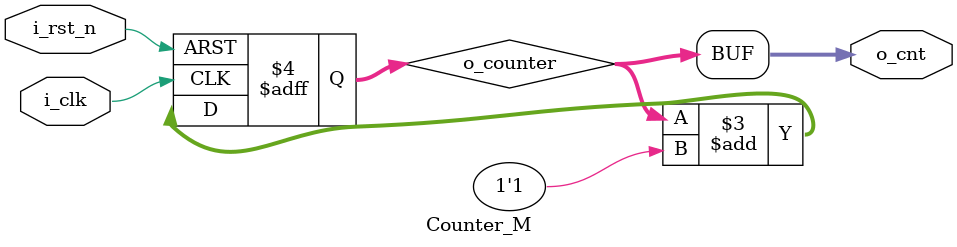
<source format=v>
`timescale 1ns / 1ps

`define N_COUNT_WIDTH 3
module Counter_M(
input i_clk , 
input i_rst_n , 
output [`N_COUNT_WIDTH-1:0] o_cnt
    );
    reg [`N_COUNT_WIDTH-1:0] o_counter ;
    
    
    always @(posedge i_clk or negedge i_rst_n)
        begin
          if (~i_rst_n)
             begin
                o_counter <= 0;
                 end
              else
                   begin
           o_counter <= o_counter + 1'b1 ;
        end  
      end                   
                
   assign o_cnt = o_counter ;              
endmodule

</source>
